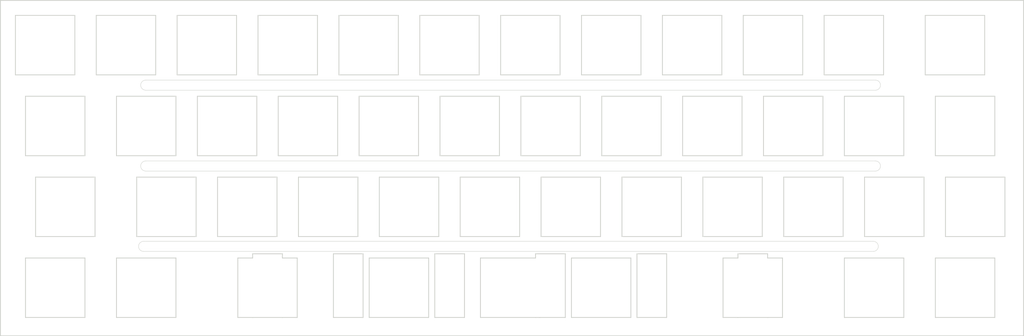
<source format=kicad_pcb>
(kicad_pcb (version 20211014) (generator pcbnew)

  (general
    (thickness 1.6)
  )

  (paper "A4")
  (layers
    (0 "F.Cu" signal)
    (31 "B.Cu" signal)
    (32 "B.Adhes" user "B.Adhesive")
    (33 "F.Adhes" user "F.Adhesive")
    (34 "B.Paste" user)
    (35 "F.Paste" user)
    (36 "B.SilkS" user "B.Silkscreen")
    (37 "F.SilkS" user "F.Silkscreen")
    (38 "B.Mask" user)
    (39 "F.Mask" user)
    (40 "Dwgs.User" user "User.Drawings")
    (41 "Cmts.User" user "User.Comments")
    (42 "Eco1.User" user "User.Eco1")
    (43 "Eco2.User" user "User.Eco2")
    (44 "Edge.Cuts" user)
    (45 "Margin" user)
    (46 "B.CrtYd" user "B.Courtyard")
    (47 "F.CrtYd" user "F.Courtyard")
    (48 "B.Fab" user)
    (49 "F.Fab" user)
    (50 "User.1" user)
    (51 "User.2" user)
    (52 "User.3" user)
    (53 "User.4" user)
    (54 "User.5" user)
    (55 "User.6" user)
    (56 "User.7" user)
    (57 "User.8" user)
    (58 "User.9" user)
  )

  (setup
    (pad_to_mask_clearance 0)
    (pcbplotparams
      (layerselection 0x00010fc_ffffffff)
      (disableapertmacros false)
      (usegerberextensions false)
      (usegerberattributes true)
      (usegerberadvancedattributes true)
      (creategerberjobfile true)
      (svguseinch false)
      (svgprecision 6)
      (excludeedgelayer true)
      (plotframeref false)
      (viasonmask false)
      (mode 1)
      (useauxorigin false)
      (hpglpennumber 1)
      (hpglpenspeed 20)
      (hpglpendiameter 15.000000)
      (dxfpolygonmode true)
      (dxfimperialunits true)
      (dxfusepcbnewfont true)
      (psnegative false)
      (psa4output false)
      (plotreference true)
      (plotvalue true)
      (plotinvisibletext false)
      (sketchpadsonfab false)
      (subtractmaskfromsilk false)
      (outputformat 1)
      (mirror false)
      (drillshape 1)
      (scaleselection 1)
      (outputdirectory "")
    )
  )

  (net 0 "")

  (gr_arc (start 233.560938 107.95) (mid 234.7515 109.1406) (end 233.560938 110.33125) (layer "Edge.Cuts") (width 0.1) (tstamp 0079de1d-ba18-489d-945a-165882bbee1d))
  (gr_line (start 79.121 92.837) (end 79.121 106.837) (layer "Edge.Cuts") (width 0.2) (tstamp 01261e51-26f6-47f9-bde0-8cfbb83186c7))
  (gr_line (start 234.067188 91.40825) (end 62.220313 91.40825) (layer "Edge.Cuts") (width 0.1) (tstamp 02f9787d-49ba-42af-877c-383264a8365f))
  (gr_line (start 178.846 68.737) (end 178.846 54.737) (layer "Edge.Cuts") (width 0.2) (tstamp 032c1daf-631e-42f6-850c-df4eaa83d8a8))
  (gr_line (start 131.5085 73.787) (end 131.5085 87.787) (layer "Edge.Cuts") (width 0.2) (tstamp 044094aa-f04c-4935-83f4-4a7873deb93e))
  (gr_line (start 233.560938 110.33125) (end 61.714063 110.33125) (layer "Edge.Cuts") (width 0.1) (tstamp 04533f49-82ba-4acc-9c16-5d546a62db88))
  (gr_line (start 248.18975 111.887) (end 248.18975 125.887) (layer "Edge.Cuts") (width 0.2) (tstamp 05c40c91-cd8b-419c-b6ea-fc54fbfd69d4))
  (gr_line (start 107.696 54.737) (end 107.696 68.737) (layer "Edge.Cuts") (width 0.2) (tstamp 05d8ac47-c939-477c-9049-8ba89009b428))
  (gr_line (start 178.846 54.737) (end 164.846 54.737) (layer "Edge.Cuts") (width 0.2) (tstamp 05e88ba1-955a-4ad0-9108-e16f7e68aa65))
  (gr_line (start 126.746 54.737) (end 126.746 68.737) (layer "Edge.Cuts") (width 0.2) (tstamp 0645b72f-971c-431c-a961-40360617958a))
  (gr_line (start 208.6835 110.887) (end 201.6835 110.887) (layer "Edge.Cuts") (width 0.2) (tstamp 06538cd9-f1da-441c-9102-a78d9c3231aa))
  (gr_line (start 145.5085 87.787) (end 145.5085 73.787) (layer "Edge.Cuts") (width 0.2) (tstamp 06aaa27c-3a9e-4710-8135-44672f76ceae))
  (gr_line (start 235.996 54.737) (end 221.996 54.737) (layer "Edge.Cuts") (width 0.2) (tstamp 0706230e-3886-447a-8477-b2d3e69c1a85))
  (gr_line (start 112.4585 87.787) (end 126.4585 87.787) (layer "Edge.Cuts") (width 0.2) (tstamp 08ca4462-8ebd-41e5-b7f8-78b3bcbb00b3))
  (gr_line (start 64.546 54.737) (end 50.546 54.737) (layer "Edge.Cuts") (width 0.2) (tstamp 0a77cd70-147f-4a80-8281-ccb7fd54f336))
  (gr_arc (start 234.067188 89.027) (mid 235.257813 90.217625) (end 234.067188 91.40825) (layer "Edge.Cuts") (width 0.1) (tstamp 0bba00b6-fc64-4f0a-b7ca-0e5f822ffc8f))
  (gr_line (start 79.121 106.837) (end 93.121 106.837) (layer "Edge.Cuts") (width 0.2) (tstamp 0c38e10c-0719-4627-ab27-719ec7c08258))
  (gr_line (start 226.7585 111.887) (end 226.7585 125.887) (layer "Edge.Cuts") (width 0.2) (tstamp 0ca5e054-c4dd-4dd2-a8dc-82a5c4baf615))
  (gr_line (start 164.846 68.737) (end 178.846 68.737) (layer "Edge.Cuts") (width 0.2) (tstamp 0d3b9735-ea4f-4cae-be4e-4c69499f4f2c))
  (gr_line (start 145.796 54.737) (end 145.796 68.737) (layer "Edge.Cuts") (width 0.2) (tstamp 0d406f7f-78d5-4246-85b6-4232d83b0377))
  (gr_line (start 27.971 130.212) (end 27.971 51.212) (layer "Edge.Cuts") (width 0.2) (tstamp 0e7d52ff-0111-4972-9b43-18bbcc74db43))
  (gr_line (start 64.546 68.737) (end 64.546 54.737) (layer "Edge.Cuts") (width 0.2) (tstamp 0eb13b0b-435c-495b-b8cd-8a241f910341))
  (gr_line (start 184.90275 125.887) (end 184.90275 110.887) (layer "Edge.Cuts") (width 0.2) (tstamp 0f1fe15b-eb33-4b70-922f-68788b7440b1))
  (gr_line (start 69.3085 87.787) (end 69.3085 73.787) (layer "Edge.Cuts") (width 0.2) (tstamp 0f679885-62fd-4e9b-8b36-502a67ff19fb))
  (gr_line (start 88.646 54.737) (end 88.646 68.737) (layer "Edge.Cuts") (width 0.2) (tstamp 0f8a0848-5fd0-4dea-bcd0-3854f3818604))
  (gr_line (start 248.18975 73.787) (end 248.18975 87.787) (layer "Edge.Cuts") (width 0.2) (tstamp 11086ab8-f1ab-4284-864c-3e3bd048bb9f))
  (gr_line (start 106.40175 125.887) (end 113.40175 125.887) (layer "Edge.Cuts") (width 0.2) (tstamp 113f20b8-6fea-490d-9764-095ea6f49e7f))
  (gr_line (start 47.87725 73.787) (end 33.87725 73.787) (layer "Edge.Cuts") (width 0.2) (tstamp 127c9f9f-79e7-4906-8392-c4b47489c54c))
  (gr_line (start 240.7585 111.887) (end 226.7585 111.887) (layer "Edge.Cuts") (width 0.2) (tstamp 128bdf37-1b9a-4578-a32c-c78a2b99a8bd))
  (gr_line (start 212.471 92.837) (end 212.471 106.837) (layer "Edge.Cuts") (width 0.2) (tstamp 12fb3070-c822-4ff6-9365-551fcbfc8ef5))
  (gr_line (start 177.90275 125.887) (end 184.90275 125.887) (layer "Edge.Cuts") (width 0.2) (tstamp 172f55d9-3146-47c2-9b0e-30cfa2dcf920))
  (gr_arc (start 234.067188 69.977) (mid 235.257813 71.167625) (end 234.067188 72.35825) (layer "Edge.Cuts") (width 0.1) (tstamp 1908c7f5-d0e5-49ff-9cd2-014f6a42481e))
  (gr_line (start 155.0335 125.887) (end 161.02675 125.887) (layer "Edge.Cuts") (width 0.2) (tstamp 1a79b4ec-b9c3-4873-a664-24cfa868b511))
  (gr_line (start 226.7585 87.787) (end 240.7585 87.787) (layer "Edge.Cuts") (width 0.2) (tstamp 1b110505-2476-4c96-9a69-73ee13c07be5))
  (gr_line (start 114.83975 125.887) (end 128.83975 125.887) (layer "Edge.Cuts") (width 0.2) (tstamp 1bb764e8-e957-4ea6-99de-f9afab289c38))
  (gr_line (start 184.90275 110.887) (end 177.90275 110.887) (layer "Edge.Cuts") (width 0.2) (tstamp 1d21e2d2-74ca-4b18-a7e5-f3b64b87f3e7))
  (gr_line (start 88.646 68.737) (end 102.646 68.737) (layer "Edge.Cuts") (width 0.2) (tstamp 1d6a2cf4-7f41-4b8a-8712-235d34b91a99))
  (gr_line (start 259.8085 68.737) (end 259.8085 54.737) (layer "Edge.Cuts") (width 0.2) (tstamp 1dba660e-948a-4c4c-8206-e4ff2959e9ec))
  (gr_line (start 87.3835 110.887) (end 87.3835 111.887) (layer "Edge.Cuts") (width 0.2) (tstamp 20436be9-e47d-41b7-b5a6-4a2f07c7f44f))
  (gr_line (start 137.27775 125.887) (end 137.27775 110.887) (layer "Edge.Cuts") (width 0.2) (tstamp 22f892ec-d61e-4cc1-a06f-295ea41d0ce0))
  (gr_line (start 113.40175 110.887) (end 106.40175 110.887) (layer "Edge.Cuts") (width 0.2) (tstamp 231109b0-3d73-4945-bfd6-ceaa6714b4d5))
  (gr_line (start 198.1835 111.887) (end 198.1835 125.887) (layer "Edge.Cuts") (width 0.2) (tstamp 243bfb86-f4f1-458d-a05e-40ec40d855f8))
  (gr_line (start 88.3585 73.787) (end 74.3585 73.787) (layer "Edge.Cuts") (width 0.2) (tstamp 260f3f59-b6ab-41d5-acae-b1853275577e))
  (gr_line (start 98.171 92.837) (end 98.171 106.837) (layer "Edge.Cuts") (width 0.2) (tstamp 26f38e9b-ae9b-49e0-b8b6-96c58f75561f))
  (gr_line (start 69.596 68.737) (end 83.596 68.737) (layer "Edge.Cuts") (width 0.2) (tstamp 27f35791-c0bc-46a6-abe9-20d46e07c010))
  (gr_line (start 198.1835 125.887) (end 201.6835 125.887) (layer "Edge.Cuts") (width 0.2) (tstamp 2a29d0d9-54fa-45cf-9a04-99a98d383305))
  (gr_line (start 145.796 68.737) (end 159.796 68.737) (layer "Edge.Cuts") (width 0.2) (tstamp 2ac4fafe-2936-4963-bba5-1edf8c30378b))
  (gr_line (start 188.371 106.837) (end 188.371 92.837) (layer "Edge.Cuts") (width 0.2) (tstamp 2db8d82f-9ea5-445b-b72a-784d2cf9d9cb))
  (gr_line (start 262.18975 111.887) (end 248.18975 111.887) (layer "Edge.Cuts") (width 0.2) (tstamp 3028a085-e539-4f82-beb0-e427043dddb4))
  (gr_line (start 74.3585 73.787) (end 74.3585 87.787) (layer "Edge.Cuts") (width 0.2) (tstamp 30ac253b-4d01-4842-bc95-80b32475d1c1))
  (gr_line (start 226.7585 125.887) (end 240.7585 125.887) (layer "Edge.Cuts") (width 0.2) (tstamp 315a3266-b2fd-4bf9-8a07-987a1c9b57a9))
  (gr_line (start 154.02675 110.887) (end 154.02675 111.887) (layer "Edge.Cuts") (width 0.2) (tstamp 32257ac9-af69-42d2-8a36-6f35788813b5))
  (gr_arc (start 62.220313 91.40825) (mid 61.029688 90.217625) (end 62.220313 89.027) (layer "Edge.Cuts") (width 0.1) (tstamp 323f7600-00af-4594-8f73-a6d795ed94be))
  (gr_line (start 212.1835 125.887) (end 212.1835 111.887) (layer "Edge.Cuts") (width 0.2) (tstamp 3273df75-3fa8-4756-b424-3201377b745f))
  (gr_line (start 183.896 54.737) (end 183.896 68.737) (layer "Edge.Cuts") (width 0.2) (tstamp 3664434c-1680-4659-8eb8-cac3c1e8a218))
  (gr_line (start 169.321 106.837) (end 169.321 92.837) (layer "Edge.Cuts") (width 0.2) (tstamp 366602b7-cd2b-40ba-b61c-e8a84ea82b26))
  (gr_line (start 50.2585 92.837) (end 36.2585 92.837) (layer "Edge.Cuts") (width 0.2) (tstamp 3893da4a-1538-46bc-92ee-9c72fce79aed))
  (gr_line (start 259.8085 54.737) (end 245.8085 54.737) (layer "Edge.Cuts") (width 0.2) (tstamp 38990bc0-ac09-4761-9f46-f1cfad36d459))
  (gr_line (start 207.7085 73.787) (end 207.7085 87.787) (layer "Edge.Cuts") (width 0.2) (tstamp 38cf95b2-ccc8-4ad2-8a90-45217c096f1d))
  (gr_line (start 87.3835 125.887) (end 94.3835 125.887) (layer "Edge.Cuts") (width 0.2) (tstamp 395fe087-296a-4983-b5ea-eed63aaf861a))
  (gr_line (start 45.496 68.737) (end 45.496 54.737) (layer "Edge.Cuts") (width 0.2) (tstamp 3a25bd57-46c6-4789-86e8-eaa6b9cdc9a4))
  (gr_line (start 201.6835 110.887) (end 201.6835 111.887) (layer "Edge.Cuts") (width 0.2) (tstamp 3ad63b7f-e4ab-432e-a245-b6944798fc00))
  (gr_line (start 117.221 92.837) (end 117.221 106.837) (layer "Edge.Cuts") (width 0.2) (tstamp 3e34d3e3-367e-41e7-bee1-c38d4216fed5))
  (gr_line (start 176.46475 125.887) (end 176.46475 111.887) (layer "Edge.Cuts") (width 0.2) (tstamp 40730b7b-5f76-451b-9994-8d647d7098df))
  (gr_line (start 112.171 106.837) (end 112.171 92.837) (layer "Edge.Cuts") (width 0.2) (tstamp 419411fb-1c0a-4338-815f-03ff3d2d4c9c))
  (gr_line (start 226.471 92.837) (end 212.471 92.837) (layer "Edge.Cuts") (width 0.2) (tstamp 41fd1b94-a114-455b-a837-99154f6e6cc3))
  (gr_line (start 113.40175 125.887) (end 113.40175 110.887) (layer "Edge.Cuts") (width 0.2) (tstamp 4247678d-8814-45e7-9df7-3120938203d3))
  (gr_line (start 176.46475 111.887) (end 162.46475 111.887) (layer "Edge.Cuts") (width 0.2) (tstamp 42c9c5a1-969a-417b-a143-dc7f1d318b59))
  (gr_line (start 240.7585 125.887) (end 240.7585 111.887) (layer "Edge.Cuts") (width 0.2) (tstamp 432209a3-2b42-4274-8ab8-b5060cc763fe))
  (gr_line (start 69.3085 73.787) (end 55.3085 73.787) (layer "Edge.Cuts") (width 0.2) (tstamp 43b8ccd7-81f7-4b3f-b709-7e8f43e1929b))
  (gr_line (start 55.3085 73.787) (end 55.3085 87.787) (layer "Edge.Cuts") (width 0.2) (tstamp 4465e662-334a-47a9-86ae-8dc98eac4839))
  (gr_line (start 188.371 92.837) (end 174.371 92.837) (layer "Edge.Cuts") (width 0.2) (tstamp 44df53c8-f4c0-4535-b01e-307f01d60886))
  (gr_line (start 250.571 92.837) (end 250.571 106.837) (layer "Edge.Cuts") (width 0.2) (tstamp 46ab982a-a866-4a6b-90a6-facd4f706840))
  (gr_arc (start 61.714063 110.33125) (mid 60.5234 109.140625) (end 61.714063 107.95) (layer "Edge.Cuts") (width 0.1) (tstamp 47692b6c-b78a-400b-beaa-431ca61b1fb8))
  (gr_line (start 131.221 92.837) (end 117.221 92.837) (layer "Edge.Cuts") (width 0.2) (tstamp 48e9f299-bb24-4517-b0a3-37aedf2c8e7f))
  (gr_line (start 262.18975 125.887) (end 262.18975 111.887) (layer "Edge.Cuts") (width 0.2) (tstamp 49be00b2-1d66-4fae-982d-bc947241a6e5))
  (gr_line (start 183.6085 73.787) (end 169.6085 73.787) (layer "Edge.Cuts") (width 0.2) (tstamp 4b2ba495-8697-4c7f-8b89-d45b59757cf0))
  (gr_line (start 212.1835 111.887) (end 208.6835 111.887) (layer "Edge.Cuts") (width 0.2) (tstamp 4b9adf6f-4f71-4234-907c-8d1e4849bc53))
  (gr_line (start 226.471 106.837) (end 226.471 92.837) (layer "Edge.Cuts") (width 0.2) (tstamp 4c017a38-ad27-465d-b7a7-2ac40ce3783b))
  (gr_line (start 55.3085 125.887) (end 69.3085 125.887) (layer "Edge.Cuts") (width 0.2) (tstamp 4c34bab2-3415-4aae-bd12-4b62a6982a21))
  (gr_line (start 268.971 130.212) (end 27.971 130.212) (layer "Edge.Cuts") (width 0.2) (tstamp 4f327d78-8806-4ab4-bceb-d9e86b3dc0b4))
  (gr_line (start 207.421 106.837) (end 207.421 92.837) (layer "Edge.Cuts") (width 0.2) (tstamp 4f686d91-8bc2-4488-9acb-47b95d631564))
  (gr_line (start 93.4085 73.787) (end 93.4085 87.787) (layer "Edge.Cuts") (width 0.2) (tstamp 4fc8a5a3-2845-431d-ab6c-a62ede297a31))
  (gr_line (start 83.596 68.737) (end 83.596 54.737) (layer "Edge.Cuts") (width 0.2) (tstamp 5016771c-0669-4b2c-9dc8-62483cba0c38))
  (gr_line (start 202.6585 87.787) (end 202.6585 73.787) (layer "Edge.Cuts") (width 0.2) (tstamp 51638cd6-9ff6-4933-8bcc-6c51555b4283))
  (gr_line (start 83.8835 111.887) (end 83.8835 125.887) (layer "Edge.Cuts") (width 0.2) (tstamp 5219df3c-7c9d-4a12-81ed-ff39a479c0aa))
  (gr_line (start 33.87725 73.787) (end 33.87725 87.787) (layer "Edge.Cuts") (width 0.2) (tstamp 52b7d1e1-0780-44a0-9712-30d029b2bbd9))
  (gr_line (start 240.7585 87.787) (end 240.7585 73.787) (layer "Edge.Cuts") (width 0.2) (tstamp 53117cc2-787a-4618-b6a2-503bab2a0700))
  (gr_line (start 130.27775 110.887) (end 130.27775 125.887) (layer "Edge.Cuts") (width 0.2) (tstamp 54d2e623-bbbd-42f9-851f-1b086ce23ceb))
  (gr_line (start 245.8085 54.737) (end 245.8085 68.737) (layer "Edge.Cuts") (width 0.2) (tstamp 55a98977-2b6f-4402-9598-06e1d608af9e))
  (gr_line (start 94.3835 110.887) (end 87.3835 110.887) (layer "Edge.Cuts") (width 0.2) (tstamp 55bbc230-b2f9-4b5b-9538-8ca1e61e1ea5))
  (gr_line (start 94.3835 111.887) (end 94.3835 110.887) (layer "Edge.Cuts") (width 0.2) (tstamp 5686d30a-50ed-471e-9bc7-57bd0163decc))
  (gr_line (start 221.996 54.737) (end 221.996 68.737) (layer "Edge.Cuts") (width 0.2) (tstamp 56e44351-6841-4751-9863-722e43960deb))
  (gr_line (start 33.87725 125.887) (end 47.87725 125.887) (layer "Edge.Cuts") (width 0.2) (tstamp 57ca2bd9-2e51-4539-a45b-6d37ba1311e4))
  (gr_line (start 33.87725 111.887) (end 33.87725 125.887) (layer "Edge.Cuts") (width 0.2) (tstamp 599a4969-2cb0-44a9-b14b-d8da4ef27a66))
  (gr_line (start 27.971 51.212) (end 268.971 51.212) (layer "Edge.Cuts") (width 0.2) (tstamp 5a5e4f2c-ee44-40a4-93dd-0d20b9baa0c3))
  (gr_line (start 36.2585 106.837) (end 50.2585 106.837) (layer "Edge.Cuts") (width 0.2) (tstamp 5be07c00-c913-44f1-9b32-68be210e4ab6))
  (gr_line (start 106.40175 110.887) (end 106.40175 125.887) (layer "Edge.Cuts") (width 0.2) (tstamp 5bf473b4-2d07-459b-bdc3-7b4ec1344757))
  (gr_line (start 150.271 92.837) (end 136.271 92.837) (layer "Edge.Cuts") (width 0.2) (tstamp 5c284412-3066-4456-a3c7-52b853db0927))
  (gr_line (start 102.646 68.737) (end 102.646 54.737) (layer "Edge.Cuts") (width 0.2) (tstamp 5c2e71d8-3677-40f1-b546-22682bd77506))
  (gr_line (start 141.0335 111.887) (end 141.0335 125.887) (layer "Edge.Cuts") (width 0.2) (tstamp 5ea1e2d2-d351-44e4-b1cf-a59fe6112dd4))
  (gr_line (start 164.846 54.737) (end 164.846 68.737) (layer "Edge.Cuts") (width 0.2) (tstamp 60d89f7a-cb75-44d7-a307-13ce95026792))
  (gr_line (start 136.271 92.837) (end 136.271 106.837) (layer "Edge.Cuts") (width 0.2) (tstamp 62460d93-a1cb-48ee-8a84-40734b2acff7))
  (gr_line (start 50.2585 106.837) (end 50.2585 92.837) (layer "Edge.Cuts") (width 0.2) (tstamp 63e23c10-1d63-4fab-a066-1671f3b492f2))
  (gr_line (start 154.02675 111.887) (end 141.0335 111.887) (layer "Edge.Cuts") (width 0.2) (tstamp 644e04f6-0d02-4ed4-8e20-8bfe1901a922))
  (gr_line (start 212.471 106.837) (end 226.471 106.837) (layer "Edge.Cuts") (width 0.2) (tstamp 647e7603-6079-4485-a8fd-1d2d81d5f83f))
  (gr_line (start 231.521 92.837) (end 231.521 106.837) (layer "Edge.Cuts") (width 0.2) (tstamp 67313c0b-dc2c-425c-ab61-5f5c3216f2ee))
  (gr_line (start 202.946 68.737) (end 216.946 68.737) (layer "Edge.Cuts") (width 0.2) (tstamp 68373261-c39e-4417-aa3f-ed0bd339c85e))
  (gr_line (start 235.996 68.737) (end 235.996 54.737) (layer "Edge.Cuts") (width 0.2) (tstamp 693ae98f-3dee-45ee-a38b-a5b132938e3d))
  (gr_line (start 193.421 106.837) (end 207.421 106.837) (layer "Edge.Cuts") (width 0.2) (tstamp 69512369-c584-47bc-8378-6e67b24aec70))
  (gr_line (start 202.6585 73.787) (end 188.6585 73.787) (layer "Edge.Cuts") (width 0.2) (tstamp 696a8c29-b56c-4f96-9672-7eeff28c6804))
  (gr_line (start 159.796 54.737) (end 145.796 54.737) (layer "Edge.Cuts") (width 0.2) (tstamp 6d053277-2c21-4f7c-a642-857dda959a91))
  (gr_line (start 47.87725 87.787) (end 47.87725 73.787) (layer "Edge.Cuts") (width 0.2) (tstamp 6d34b333-d222-457b-83ca-ea790ab45e26))
  (gr_line (start 47.87725 111.887) (end 33.87725 111.887) (layer "Edge.Cuts") (width 0.2) (tstamp 6d749faa-1926-45a2-9136-fee44f33857c))
  (gr_line (start 112.171 92.837) (end 98.171 92.837) (layer "Edge.Cuts") (width 0.2) (tstamp 6da0c073-da8b-4d3b-8914-befa4465b528))
  (gr_line (start 145.5085 73.787) (end 131.5085 73.787) (layer "Edge.Cuts") (width 0.2) (tstamp 6e4ae6ec-27fd-4f73-97b4-a5c0a47702be))
  (gr_line (start 169.6085 87.787) (end 183.6085 87.787) (layer "Edge.Cuts") (width 0.2) (tstamp 6e95938a-8440-4332-a2b8-62f1d7a1b177))
  (gr_line (start 221.7085 87.787) (end 221.7085 73.787) (layer "Edge.Cuts") (width 0.2) (tstamp 70e00eca-73f9-4b16-b6bc-6410559655a2))
  (gr_line (start 193.421 92.837) (end 193.421 106.837) (layer "Edge.Cuts") (width 0.2) (tstamp 7135ecae-f0c8-4037-88e0-6c658d7b5fc3))
  (gr_line (start 150.271 106.837) (end 150.271 92.837) (layer "Edge.Cuts") (width 0.2) (tstamp 73a655e6-d6a0-4e95-825b-2022d46cd4b2))
  (gr_line (start 69.3085 111.887) (end 55.3085 111.887) (layer "Edge.Cuts") (width 0.2) (tstamp 744b3948-7721-4501-973f-96d37e381cac))
  (gr_line (start 264.571 92.837) (end 250.571 92.837) (layer "Edge.Cuts") (width 0.2) (tstamp 74d9b430-ecd9-4cf1-9616-05e2405b4315))
  (gr_line (start 47.87725 125.887) (end 47.87725 111.887) (layer "Edge.Cuts") (width 0.2) (tstamp 7539ea59-c1c1-49be-a594-d3e1262d42c9))
  (gr_line (start 121.696 68.737) (end 121.696 54.737) (layer "Edge.Cuts") (width 0.2) (tstamp 763136f9-0b09-4fe0-bc40-6a3964e5f54e))
  (gr_line (start 55.3085 87.787) (end 69.3085 87.787) (layer "Edge.Cuts") (width 0.2) (tstamp 76d38b27-6c97-4b9b-94f5-4892f4def4e4))
  (gr_line (start 93.121 92.837) (end 79.121 92.837) (layer "Edge.Cuts") (width 0.2) (tstamp 77f11491-6336-42fd-a519-90fce9faa1de))
  (gr_line (start 164.5585 73.787) (end 150.5585 73.787) (layer "Edge.Cuts") (width 0.2) (tstamp 7a625d28-8c52-4089-a3d7-4cce15729395))
  (gr_line (start 50.546 54.737) (end 50.546 68.737) (layer "Edge.Cuts") (width 0.2) (tstamp 7a9a854e-51d2-4c64-ab6f-b8fd3b9320ab))
  (gr_line (start 107.696 68.737) (end 121.696 68.737) (layer "Edge.Cuts") (width 0.2) (tstamp 7bcc4700-5f1f-4047-8671-d8153805abc3))
  (gr_line (start 231.521 106.837) (end 245.521 106.837) (layer "Edge.Cuts") (width 0.2) (tstamp 7bda4c46-776f-44f4-bc95-af6377bdd5d5))
  (gr_line (start 117.221 106.837) (end 131.221 106.837) (layer "Edge.Cuts") (width 0.2) (tstamp 7c1fcde5-4826-429d-b973-8494c4e13e20))
  (gr_line (start 140.746 54.737) (end 126.746 54.737) (layer "Edge.Cuts") (width 0.2) (tstamp 7da43d39-05cf-4d9c-9b72-9e9696096914))
  (gr_line (start 87.3835 111.887) (end 83.8835 111.887) (layer "Edge.Cuts") (width 0.2) (tstamp 7dd09086-c25c-4f77-aa95-b7577f9ec596))
  (gr_line (start 69.3085 125.887) (end 69.3085 111.887) (layer "Edge.Cuts") (width 0.2) (tstamp 81df25a6-724c-4ab3-bd7e-02c170cb4f48))
  (gr_line (start 197.896 54.737) (end 183.896 54.737) (layer "Edge.Cuts") (width 0.2) (tstamp 8566c475-5f79-4861-9771-cfc0f03e34e2))
  (gr_line (start 226.7585 73.787) (end 226.7585 87.787) (layer "Edge.Cuts") (width 0.2) (tstamp 8b1a87d2-c5a0-4e33-bb64-08ca2f3195c5))
  (gr_line (start 33.87725 87.787) (end 47.87725 87.787) (layer "Edge.Cuts") (width 0.2) (tstamp 8dacef09-8538-4bb2-b739-c34f3fab0cbb))
  (gr_line (start 162.46475 125.887) (end 176.46475 125.887) (layer "Edge.Cuts") (width 0.2) (tstamp 8de36633-c0ac-4bbb-8237-7a12fe891fd4))
  (gr_line (start 208.6835 125.887) (end 212.1835 125.887) (layer "Edge.Cuts") (width 0.2) (tstamp 8ed288db-2a9c-4529-a7cb-eb5c50edf7ba))
  (gr_line (start 207.421 92.837) (end 193.421 92.837) (layer "Edge.Cuts") (width 0.2) (tstamp 90d7d1d0-167b-4b9e-87f1-d56d1b001fb0))
  (gr_line (start 161.02675 110.887) (end 154.02675 110.887) (layer "Edge.Cuts") (width 0.2) (tstamp 919da3e8-e069-48a2-b80d-c7b20d2b150c))
  (gr_line (start 126.746 68.737) (end 140.746 68.737) (layer "Edge.Cuts") (width 0.2) (tstamp 9274c940-a5e3-42f0-a884-e3c051c9d114))
  (gr_line (start 62.220313 89.027) (end 234.067188 89.027) (layer "Edge.Cuts") (width 0.1) (tstamp 93110e8c-29d5-48a8-9e4d-3653742e29b8))
  (gr_line (start 248.18975 87.787) (end 262.18975 87.787) (layer "Edge.Cuts") (width 0.2) (tstamp 93edc0b6-7c4e-4bbd-9ddc-023e999fe72a))
  (gr_line (start 128.83975 111.887) (end 114.83975 111.887) (layer "Edge.Cuts") (width 0.2) (tstamp 9500a16c-d63c-4091-a208-fdd87dc80ae8))
  (gr_line (start 102.646 54.737) (end 88.646 54.737) (layer "Edge.Cuts") (width 0.2) (tstamp 9662084d-c4e0-4e3f-b605-c04cebb00254))
  (gr_line (start 61.714063 107.95) (end 233.560938 107.95) (layer "Edge.Cuts") (width 0.1) (tstamp 98e304c1-50fd-45f0-9200-151daa5e32ad))
  (gr_line (start 74.071 92.837) (end 60.071 92.837) (layer "Edge.Cuts") (width 0.2) (tstamp 9b9489a1-8de1-479f-8452-7c68c67e15e7))
  (gr_line (start 98.171 106.837) (end 112.171 106.837) (layer "Edge.Cuts") (width 0.2) (tstamp 9be130c3-ecd7-4146-92bc-8ecbfd739f60))
  (gr_line (start 161.02675 125.887) (end 161.02675 110.887) (layer "Edge.Cuts") (width 0.2) (tstamp 9cea1d2f-087a-41eb-a45f-7e304883a558))
  (gr_line (start 36.2585 92.837) (end 36.2585 106.837) (layer "Edge.Cuts") (width 0.2) (tstamp 9da6c58b-4820-4fdf-9c93-2d0a13bfa946))
  (gr_line (start 188.6585 73.787) (end 188.6585 87.787) (layer "Edge.Cuts") (width 0.2) (tstamp 9e60eead-89da-4d12-a895-145ca437ffa0))
  (gr_line (start 55.3085 111.887) (end 55.3085 125.887) (layer "Edge.Cuts") (width 0.2) (tstamp a1112b44-19e3-4608-b49f-627b8334f85c))
  (gr_line (start 60.071 106.837) (end 74.071 106.837) (layer "Edge.Cuts") (width 0.2) (tstamp a576fe97-3ee7-4d59-88f4-ec72f6ba79c9))
  (gr_line (start 112.4585 73.787) (end 112.4585 87.787) (layer "Edge.Cuts") (width 0.2) (tstamp a6bb0681-a3aa-44a2-9550-aca08433ad19))
  (gr_line (start 88.3585 87.787) (end 88.3585 73.787) (layer "Edge.Cuts") (width 0.2) (tstamp a71b5288-3b0c-4001-aa2d-da3cbc99d99f))
  (gr_line (start 155.321 106.837) (end 169.321 106.837) (layer "Edge.Cuts") (width 0.2) (tstamp a7c45343-52c2-4886-bcba-a95ccb30b9e8))
  (gr_line (start 131.5085 87.787) (end 145.5085 87.787) (layer "Edge.Cuts") (width 0.2) (tstamp a88a56ef-93f0-4fc0-84da-1f3d77b0c3ff))
  (gr_line (start 114.83975 111.887) (end 114.83975 125.887) (layer "Edge.Cuts") (width 0.2) (tstamp a9ebca1f-c488-41f4-848d-11385054014f))
  (gr_line (start 69.596 54.737) (end 69.596 68.737) (layer "Edge.Cuts") (width 0.2) (tstamp aa4540c9-a989-4fec-a1ed-4f7666399c9a))
  (gr_line (start 83.8835 125.887) (end 87.3835 125.887) (layer "Edge.Cuts") (width 0.2) (tstamp abda0994-7099-4e04-b0b2-3cce9fb69ec1))
  (gr_line (start 221.996 68.737) (end 235.996 68.737) (layer "Edge.Cuts") (width 0.2) (tstamp ad4cd038-f13b-475d-bac1-3439983bc137))
  (gr_line (start 164.5585 87.787) (end 164.5585 73.787) (layer "Edge.Cuts") (width 0.2) (tstamp adcc4e2b-0229-45df-ad00-f8430a5d5856))
  (gr_line (start 128.83975 125.887) (end 128.83975 111.887) (layer "Edge.Cuts") (width 0.2) (tstamp aeb2d9aa-760c-44b5-8f37-48bcba44d90d))
  (gr_line (start 60.071 92.837) (end 60.071 106.837) (layer "Edge.Cuts") (width 0.2) (tstamp b058b5fb-2759-466d-b01c-d46988ec28e0))
  (gr_line (start 130.27775 125.887) (end 137.27775 125.887) (layer "Edge.Cuts") (width 0.2) (tstamp b0d34b84-dd52-4e26-9508-ab1223e2496b))
  (gr_line (start 188.6585 87.787) (end 202.6585 87.787) (layer "Edge.Cuts") (width 0.2) (tstamp b1404d0e-87ce-480c-822f-5a55e54dab77))
  (gr_line (start 154.02675 125.887) (end 155.0335 125.887) (layer "Edge.Cuts") (width 0.2) (tstamp b140fa08-990c-4405-943b-852d0b654571))
  (gr_line (start 174.371 106.837) (end 188.371 106.837) (layer "Edge.Cuts") (width 0.2) (tstamp b1c0e3c3-cd07-4915-8bca-74e33934feaf))
  (gr_line (start 140.746 68.737) (end 140.746 54.737) (layer "Edge.Cuts") (width 0.2) (tstamp b341ec69-40e4-4571-9ef6-734a0e0c8d1a))
  (gr_line (start 94.3835 125.887) (end 97.8835 125.887) (layer "Edge.Cuts") (width 0.2) (tstamp b3afcbd7-e42a-47d8-afa7-c7bea1546a47))
  (gr_line (start 177.90275 110.887) (end 177.90275 125.887) (layer "Edge.Cuts") (width 0.2) (tstamp b4141597-5e38-49d0-88b9-221a41e72c31))
  (gr_line (start 248.18975 125.887) (end 262.18975 125.887) (layer "Edge.Cuts") (width 0.2) (tstamp b4ff2f4d-922b-4dde-b81f-7e7bc6075deb))
  (gr_line (start 262.18975 73.787) (end 248.18975 73.787) (layer "Edge.Cuts") (width 0.2) (tstamp b6e8588a-8c77-4d04-b569-ff86b6c9340e))
  (gr_line (start 216.946 68.737) (end 216.946 54.737) (layer "Edge.Cuts") (width 0.2) (tstamp b7353342-1be3-42ab-a3ad-af9cac23ad51))
  (gr_line (start 183.896 68.737) (end 197.896 68.737) (layer "Edge.Cuts") (width 0.2) (tstamp b7c36916-642c-4f15-a8b4-b6dcaf2b26ec))
  (gr_line (start 126.4585 73.787) (end 112.4585 73.787) (layer "Edge.Cuts") (width 0.2) (tstamp b7ca559e-fa29-4272-b160-5ab5938975f8))
  (gr_line (start 136.271 106.837) (end 150.271 106.837) (layer "Edge.Cuts") (width 0.2) (tstamp b7e02842-835d-45ba-9d7b-33883512cbd0))
  (gr_line (start 183.6085 87.787) (end 183.6085 73.787) (layer "Edge.Cuts") (width 0.2) (tstamp b860845f-3da4-4ba5-9897-1bebab18fd1b))
  (gr_line (start 174.371 92.837) (end 174.371 106.837) (layer "Edge.Cuts") (width 0.2) (tstamp b9a5c807-999b-4a84-82a6-bd8368b3d9d6))
  (gr_line (start 240.7585 73.787) (end 226.7585 73.787) (layer "Edge.Cuts") (width 0.2) (tstamp b9cc19ff-13a1-4dad-8cca-660ba7ada756))
  (gr_line (start 201.6835 111.887) (end 198.1835 111.887) (layer "Edge.Cuts") (width 0.2) (tstamp bb94f6e4-e512-4328-a80b-9f2e59382694))
  (gr_line (start 155.321 92.837) (end 155.321 106.837) (layer "Edge.Cuts") (width 0.2) (tstamp bc27fb05-39a9-43ae-bbb4-60d23393e7be))
  (gr_line (start 97.8835 125.887) (end 97.8835 111.887) (layer "Edge.Cuts") (width 0.2) (tstamp bc7f80c6-a39e-41fc-8084-aac05099f39f))
  (gr_line (start 74.071 106.837) (end 74.071 92.837) (layer "Edge.Cuts") (width 0.2) (tstamp bec2debc-6430-41bf-b7af-102db450bb16))
  (gr_line (start 150.5585 73.787) (end 150.5585 87.787) (layer "Edge.Cuts") (width 0.2) (tstamp c3a71374-3631-4a8e-b5fb-933cbc73ce63))
  (gr_line (start 93.121 106.837) (end 93.121 92.837) (layer "Edge.Cuts") (width 0.2) (tstamp c58b6f69-62a5-4752-a927-2d06bb1416a5))
  (gr_line (start 83.596 54.737) (end 69.596 54.737) (layer "Edge.Cuts") (width 0.2) (tstamp c5c1219a-a74f-4bf7-87bb-5475867b767c))
  (gr_line (start 197.896 68.737) (end 197.896 54.737) (layer "Edge.Cuts") (width 0.2) (tstamp c691fb23-f063-424b-b5b2-f9ff3a63499c))
  (gr_line (start 234.067188 72.35825) (end 62.220313 72.35825) (layer "Edge.Cuts") (width 0.1) (tstamp c79cc48f-de99-41d9-b8d3-42958aaf3801))
  (gr_line (start 245.521 92.837) (end 231.521 92.837) (layer "Edge.Cuts") (width 0.2) (tstamp c8a4f76a-d33e-4a72-a128-701296d826f0))
  (gr_line (start 169.6085 73.787) (end 169.6085 87.787) (layer "Edge.Cuts") (width 0.2) (tstamp c8ef8a00-fb07-4e92-bf21-b07ba79adc0a))
  (gr_line (start 150.5585 87.787) (end 164.5585 87.787) (layer "Edge.Cuts") (width 0.2) (tstamp c96492c0-efea-4a00-b49e-196e4248a6f3))
  (gr_line (start 159.796 68.737) (end 159.796 54.737) (layer "Edge.Cuts") (width 0.2) (tstamp ca0d32e3-246e-4124-b65e-090bda0ad8eb))
  (gr_line (start 216.946 54.737) (end 202.946 54.737) (layer "Edge.Cuts") (width 0.2) (tstamp cb048a27-a9f4-4fef-9a3d-b7736a2b2c1e))
  (gr_line (start 264.571 106.837) (end 264.571 92.837) (layer "Edge.Cuts") (width 0.2) (tstamp ce70bbc3-9e0c-4726-9cf2-4f5785b2d487))
  (gr_line (start 31.496 54.737) (end 31.496 68.737) (layer "Edge.Cuts") (width 0.2) (tstamp cf80b06a-ac7e-4844-89b1-7d3189320e26))
  (gr_line (start 207.7085 87.787) (end 221.7085 87.787) (layer "Edge.Cuts") (width 0.2) (tstamp cff9fc83-bc82-469f-b574-9a9119d63c72))
  (gr_line (start 126.4585 87.787) (end 126.4585 73.787) (layer "Edge.Cuts") (width 0.2) (tstamp d28cb311-a7c0-4e4a-9d4e-b4b5cdd1338e))
  (gr_line (start 97.8835 111.887) (end 94.3835 111.887) (layer "Edge.Cuts") (width 0.2) (tstamp d2f33b5a-4377-4c85-a9ec-5986cfe7dd28))
  (gr_line (start 137.27775 110.887) (end 130.27775 110.887) (layer "Edge.Cuts") (width 0.2) (tstamp d589638b-0b10-4b8b-8ac3-f8aea1b8c0e8))
  (gr_line (start 121.696 54.737) (end 107.696 54.737) (layer "Edge.Cuts") (width 0.2) (tstamp d954a0a4-9c92-409b-a025-46bd2117f4f2))
  (gr_line (start 169.321 92.837) (end 155.321 92.837) (layer "Edge.Cuts") (width 0.2) (tstamp d9a94f13-6616-43bd-8253-571a5ea73408))
  (gr_line (start 93.4085 87.787) (end 107.4085 87.787) (layer "Edge.Cuts") (width 0.2) (tstamp dc9c846d-ea50-4a2d-86de-964808add6a7))
  (gr_line (start 162.46475 111.887) (end 162.46475 125.887) (layer "Edge.Cuts") (width 0.2) (tstamp de6512a7-ed74-4147-aa25-a438b1e4f982))
  (gr_line (start 201.6835 125.887) (end 208.6835 125.887) (layer "Edge.Cuts") (width 0.2) (tstamp de9e6056-9c15-4eb7-9f4c-9ee08d177a99))
  (gr_line (start 131.221 106.837) (end 131.221 92.837) (layer "Edge.Cuts") (width 0.2) (tstamp e07cabdc-bbcc-405d-b527-080540b1f5bb))
  (gr_line (start 268.971 51.212) (end 268.971 130.212) (layer "Edge.Cuts") (width 0.2) (tstamp e0f8df67-e919-41b5-b154-9ffdda86a129))
  (gr_arc (start 62.220313 72.35825) (mid 61.029688 71.167625) (end 62.220313 69.977) (layer "Edge.Cuts") (width 0.1) (tstamp e16e01b0-610a-4da6-8472-d03c73b23023))
  (gr_line (start 107.4085 73.787) (end 93.4085 73.787) (layer "Edge.Cuts") (width 0.2) (tstamp e205c3e4-5e98-44fd-8f00-c0e6cbf3a520))
  (gr_line (start 202.946 54.737) (end 202.946 68.737) (layer "Edge.Cuts") (width 0.2) (tstamp e7009d65-722d-45b8-b5ac-0089dc91aaa2))
  (gr_line (start 221.7085 73.787) (end 207.7085 73.787) (layer "Edge.Cuts") (width 0.2) (tstamp e76e35c9-1167-42ad-820c-763c9c6ab1ab))
  (gr_line (start 208.6835 111.887) (end 208.6835 110.887) (layer "Edge.Cuts") (width 0.2) (tstamp e85ca770-a8f2-46e1-acf8-e996970dd062))
  (gr_line (start 50.546 68.737) (end 64.546 68.737) (layer "Edge.Cuts") (width 0.2) (tstamp eaf61326-a639-484d-9711-38873f225d6d))
  (gr_line (start 62.220313 69.977) (end 234.067188 69.977) (layer "Edge.Cuts") (width 0.1) (tstamp ef4b3e98-28b6-4bb1-ad31-26def2d01112))
  (gr_line (start 45.496 54.737) (end 31.496 54.737) (layer "Edge.Cuts") (width 0.2) (tstamp f0c29079-6c5e-48e5-be7d-99d321934c62))
  (gr_line (start 31.496 68.737) (end 45.496 68.737) (layer "Edge.Cuts") (width 0.2) (tstamp f10e86b5-2a79-4375-8568-43433482d974))
  (gr_line (start 141.0335 125.887) (end 154.02675 125.887) (layer "Edge.Cuts") (width 0.2) (tstamp f179c730-da06-49a8-9010-14a726758fd2))
  (gr_line (start 245.521 106.837) (end 245.521 92.837) (layer "Edge.Cuts") (width 0.2) (tstamp f2c4cf47-0cd8-4151-9f3b-ad8a1c0cce12))
  (gr_line (start 250.571 106.837) (end 264.571 106.837) (layer "Edge.Cuts") (width 0.2) (tstamp f3874c65-c805-4df4-836e-ea3e3f338017))
  (gr_line (start 262.18975 87.787) (end 262.18975 73.787) (layer "Edge.Cuts") (width 0.2) (tstamp f576bc9e-0361-455c-b0c8-771efea95e9a))
  (gr_line (start 107.4085 87.787) (end 107.4085 73.787) (layer "Edge.Cuts") (width 0.2) (tstamp fc46d318-8b20-4413-b0ec-12ae05360655))
  (gr_line (start 245.8085 68.737) (end 259.8085 68.737) (layer "Edge.Cuts") (width 0.2) (tstamp fdbe5e02-4817-4a0e-b891-dfd025635ca1))
  (gr_line (start 74.3585 87.787) (end 88.3585 87.787) (layer "Edge.Cuts") (width 0.2) (tstamp ff2f1f51-6425-4aa4-a636-8ac21f78efe6))

  (group "" (id bf8bcd86-601a-4e16-81e9-fb123396891e)
    (members
      01261e51-26f6-47f9-bde0-8cfbb83186c7
      032c1daf-631e-42f6-850c-df4eaa83d8a8
      044094aa-f04c-4935-83f4-4a7873deb93e
      05c40c91-cd8b-419c-b6ea-fc54fbfd69d4
      05d8ac47-c939-477c-9049-8ba89009b428
      05e88ba1-955a-4ad0-9108-e16f7e68aa65
      0645b72f-971c-431c-a961-40360617958a
      06538cd9-f1da-441c-9102-a78d9c3231aa
      06aaa27c-3a9e-4710-8135-44672f76ceae
      0706230e-3886-447a-8477-b2d3e69c1a85
      08ca4462-8ebd-41e5-b7f8-78b3bcbb00b3
      0a77cd70-147f-4a80-8281-ccb7fd54f336
      0c38e10c-0719-4627-ab27-719ec7c08258
      0ca5e054-c4dd-4dd2-a8dc-82a5c4baf615
      0d3b9735-ea4f-4cae-be4e-4c69499f4f2c
      0d406f7f-78d5-4246-85b6-4232d83b0377
      0e7d52ff-0111-4972-9b43-18bbcc74db43
      0eb13b0b-435c-495b-b8cd-8a241f910341
      0f1fe15b-eb33-4b70-922f-68788b7440b1
      0f679885-62fd-4e9b-8b36-502a67ff19fb
      0f8a0848-5fd0-4dea-bcd0-3854f3818604
      11086ab8-f1ab-4284-864c-3e3bd048bb9f
      113f20b8-6fea-490d-9764-095ea6f49e7f
      127c9f9f-79e7-4906-8392-c4b47489c54c
      128bdf37-1b9a-4578-a32c-c78a2b99a8bd
      12fb3070-c822-4ff6-9365-551fcbfc8ef5
      172f55d9-3146-47c2-9b0e-30cfa2dcf920
      1a79b4ec-b9c3-4873-a664-24cfa868b511
      1b110505-2476-4c96-9a69-73ee13c07be5
      1bb764e8-e957-4ea6-99de-f9afab289c38
      1d21e2d2-74ca-4b18-a7e5-f3b64b87f3e7
      1d6a2cf4-7f41-4b8a-8712-235d34b91a99
      1dba660e-948a-4c4c-8206-e4ff2959e9ec
      20436be9-e47d-41b7-b5a6-4a2f07c7f44f
      22f892ec-d61e-4cc1-a06f-295ea41d0ce0
      231109b0-3d73-4945-bfd6-ceaa6714b4d5
      243bfb86-f4f1-458d-a05e-40ec40d855f8
      260f3f59-b6ab-41d5-acae-b1853275577e
      26f38e9b-ae9b-49e0-b8b6-96c58f75561f
      27f35791-c0bc-46a6-abe9-20d46e07c010
      2a29d0d9-54fa-45cf-9a04-99a98d383305
      2ac4fafe-2936-4963-bba5-1edf8c30378b
      2db8d82f-9ea5-445b-b72a-784d2cf9d9cb
      3028a085-e539-4f82-beb0-e427043dddb4
      30ac253b-4d01-4842-bc95-80b32475d1c1
      315a3266-b2fd-4bf9-8a07-987a1c9b57a9
      32257ac9-af69-42d2-8a36-6f35788813b5
      3273df75-3fa8-4756-b424-3201377b745f
      3664434c-1680-4659-8eb8-cac3c1e8a218
      366602b7-cd2b-40ba-b61c-e8a84ea82b26
      3893da4a-1538-46bc-92ee-9c72fce79aed
      38990bc0-ac09-4761-9f46-f1cfad36d459
      38cf95b2-ccc8-4ad2-8a90-45217c096f1d
      395fe087-296a-4983-b5ea-eed63aaf861a
      3a25bd57-46c6-4789-86e8-eaa6b9cdc9a4
      3ad63b7f-e4ab-432e-a245-b6944798fc00
      3e34d3e3-367e-41e7-bee1-c38d4216fed5
      40730b7b-5f76-451b-9994-8d647d7098df
      419411fb-1c0a-4338-815f-03ff3d2d4c9c
      41fd1b94-a114-455b-a837-99154f6e6cc3
      4247678d-8814-45e7-9df7-3120938203d3
      42c9c5a1-969a-417b-a143-dc7f1d318b59
      432209a3-2b42-4274-8ab8-b5060cc763fe
      43b8ccd7-81f7-4b3f-b709-7e8f43e1929b
      4465e662-334a-47a9-86ae-8dc98eac4839
      44df53c8-f4c0-4535-b01e-307f01d60886
      46ab982a-a866-4a6b-90a6-facd4f706840
      48e9f299-bb24-4517-b0a3-37aedf2c8e7f
      49be00b2-1d66-4fae-982d-bc947241a6e5
      4b2ba495-8697-4c7f-8b89-d45b59757cf0
      4b9adf6f-4f71-4234-907c-8d1e4849bc53
      4c017a38-ad27-465d-b7a7-2ac40ce3783b
      4c34bab2-3415-4aae-bd12-4b62a6982a21
      4f327d78-8806-4ab4-bceb-d9e86b3dc0b4
      4f686d91-8bc2-4488-9acb-47b95d631564
      4fc8a5a3-2845-431d-ab6c-a62ede297a31
      5016771c-0669-4b2c-9dc8-62483cba0c38
      51638cd6-9ff6-4933-8bcc-6c51555b4283
      5219df3c-7c9d-4a12-81ed-ff39a479c0aa
      52b7d1e1-0780-44a0-9712-30d029b2bbd9
      53117cc2-787a-4618-b6a2-503bab2a0700
      54d2e623-bbbd-42f9-851f-1b086ce23ceb
      55a98977-2b6f-4402-9598-06e1d608af9e
      55bbc230-b2f9-4b5b-9538-8ca1e61e1ea5
      5686d30a-50ed-471e-9bc7-57bd0163decc
      56e44351-6841-4751-9863-722e43960deb
      57ca2bd9-2e51-4539-a45b-6d37ba1311e4
      599a4969-2cb0-44a9-b14b-d8da4ef27a66
      5a5e4f2c-ee44-40a4-93dd-0d20b9baa0c3
      5be07c00-c913-44f1-9b32-68be210e4ab6
      5bf473b4-2d07-459b-bdc3-7b4ec1344757
      5c284412-3066-4456-a3c7-52b853db0927
      5c2e71d8-3677-40f1-b546-22682bd77506
      5ea1e2d2-d351-44e4-b1cf-a59fe6112dd4
      60d89f7a-cb75-44d7-a307-13ce95026792
      62460d93-a1cb-48ee-8a84-40734b2acff7
      63e23c10-1d63-4fab-a066-1671f3b492f2
      644e04f6-0d02-4ed4-8e20-8bfe1901a922
      647e7603-6079-4485-a8fd-1d2d81d5f83f
      67313c0b-dc2c-425c-ab61-5f5c3216f2ee
      68373261-c39e-4417-aa3f-ed0bd339c85e
      693ae98f-3dee-45ee-a38b-a5b132938e3d
      69512369-c584-47bc-8378-6e67b24aec70
      696a8c29-b56c-4f96-9672-7eeff28c6804
      6d053277-2c21-4f7c-a642-857dda959a91
      6d34b333-d222-457b-83ca-ea790ab45e26
      6d749faa-1926-45a2-9136-fee44f33857c
      6da0c073-da8b-4d3b-8914-befa4465b528
      6e4ae6ec-27fd-4f73-97b4-a5c0a47702be
      6e95938a-8440-4332-a2b8-62f1d7a1b177
      70e00eca-73f9-4b16-b6bc-6410559655a2
      7135ecae-f0c8-4037-88e0-6c658d7b5fc3
      73a655e6-d6a0-4e95-825b-2022d46cd4b2
      744b3948-7721-4501-973f-96d37e381cac
      74d9b430-ecd9-4cf1-9616-05e2405b4315
      7539ea59-c1c1-49be-a594-d3e1262d42c9
      763136f9-0b09-4fe0-bc40-6a3964e5f54e
      76d38b27-6c97-4b9b-94f5-4892f4def4e4
      77f11491-6336-42fd-a519-90fce9faa1de
      7a625d28-8c52-4089-a3d7-4cce15729395
      7a9a854e-51d2-4c64-ab6f-b8fd3b9320ab
      7bcc4700-5f1f-4047-8671-d8153805abc3
      7bda4c46-776f-44f4-bc95-af6377bdd5d5
      7c1fcde5-4826-429d-b973-8494c4e13e20
      7da43d39-05cf-4d9c-9b72-9e9696096914
      7dd09086-c25c-4f77-aa95-b7577f9ec596
      81df25a6-724c-4ab3-bd7e-02c170cb4f48
      8566c475-5f79-4861-9771-cfc0f03e34e2
      8b1a87d2-c5a0-4e33-bb64-08ca2f3195c5
      8dacef09-8538-4bb2-b739-c34f3fab0cbb
      8de36633-c0ac-4bbb-8237-7a12fe891fd4
      8ed288db-2a9c-4529-a7cb-eb5c50edf7ba
      90d7d1d0-167b-4b9e-87f1-d56d1b001fb0
      919da3e8-e069-48a2-b80d-c7b20d2b150c
      9274c940-a5e3-42f0-a884-e3c051c9d114
      93edc0b6-7c4e-4bbd-9ddc-023e999fe72a
      9500a16c-d63c-4091-a208-fdd87dc80ae8
      9662084d-c4e0-4e3f-b605-c04cebb00254
      9b9489a1-8de1-479f-8452-7c68c67e15e7
      9be130c3-ecd7-4146-92bc-8ecbfd739f60
      9cea1d2f-087a-41eb-a45f-7e304883a558
      9da6c58b-4820-4fdf-9c93-2d0a13bfa946
      9e60eead-89da-4d12-a895-145ca437ffa0
      a1112b44-19e3-4608-b49f-627b8334f85c
      a576fe97-3ee7-4d59-88f4-ec72f6ba79c9
      a6bb0681-a3aa-44a2-9550-aca08433ad19
      a71b5288-3b0c-4001-aa2d-da3cbc99d99f
      a7c45343-52c2-4886-bcba-a95ccb30b9e8
      a88a56ef-93f0-4fc0-84da-1f3d77b0c3ff
      a9ebca1f-c488-41f4-848d-11385054014f
      aa4540c9-a989-4fec-a1ed-4f7666399c9a
      abda0994-7099-4e04-b0b2-3cce9fb69ec1
      ad4cd038-f13b-475d-bac1-3439983bc137
      adcc4e2b-0229-45df-ad00-f8430a5d5856
      aeb2d9aa-760c-44b5-8f37-48bcba44d90d
      b058b5fb-2759-466d-b01c-d46988ec28e0
      b0d34b84-dd52-4e26-9508-ab1223e2496b
      b1404d0e-87ce-480c-822f-5a55e54dab77
      b140fa08-990c-4405-943b-852d0b654571
      b1c0e3c3-cd07-4915-8bca-74e33934feaf
      b341ec69-40e4-4571-9ef6-734a0e0c8d1a
      b3afcbd7-e42a-47d8-afa7-c7bea1546a47
      b4141597-5e38-49d0-88b9-221a41e72c31
      b4ff2f4d-922b-4dde-b81f-7e7bc6075deb
      b6e8588a-8c77-4d04-b569-ff86b6c9340e
      b7353342-1be3-42ab-a3ad-af9cac23ad51
      b7c36916-642c-4f15-a8b4-b6dcaf2b26ec
      b7ca559e-fa29-4272-b160-5ab5938975f8
      b7e02842-835d-45ba-9d7b-33883512cbd0
      b860845f-3da4-4ba5-9897-1bebab18fd1b
      b9a5c807-999b-4a84-82a6-bd8368b3d9d6
      b9cc19ff-13a1-4dad-8cca-660ba7ada756
      bb94f6e4-e512-4328-a80b-9f2e59382694
      bc27fb05-39a9-43ae-bbb4-60d23393e7be
      bc7f80c6-a39e-41fc-8084-aac05099f39f
      bec2debc-6430-41bf-b7af-102db450bb16
      c3a71374-3631-4a8e-b5fb-933cbc73ce63
      c58b6f69-62a5-4752-a927-2d06bb1416a5
      c5c1219a-a74f-4bf7-87bb-5475867b767c
      c691fb23-f063-424b-b5b2-f9ff3a63499c
      c8a4f76a-d33e-4a72-a128-701296d826f0
      c8ef8a00-fb07-4e92-bf21-b07ba79adc0a
      c96492c0-efea-4a00-b49e-196e4248a6f3
      ca0d32e3-246e-4124-b65e-090bda0ad8eb
      cb048a27-a9f4-4fef-9a3d-b7736a2b2c1e
      ce70bbc3-9e0c-4726-9cf2-4f5785b2d487
      cf80b06a-ac7e-4844-89b1-7d3189320e26
      cff9fc83-bc82-469f-b574-9a9119d63c72
      d28cb311-a7c0-4e4a-9d4e-b4b5cdd1338e
      d2f33b5a-4377-4c85-a9ec-5986cfe7dd28
      d589638b-0b10-4b8b-8ac3-f8aea1b8c0e8
      d954a0a4-9c92-409b-a025-46bd2117f4f2
      d9a94f13-6616-43bd-8253-571a5ea73408
      dc9c846d-ea50-4a2d-86de-964808add6a7
      de6512a7-ed74-4147-aa25-a438b1e4f982
      de9e6056-9c15-4eb7-9f4c-9ee08d177a99
      e07cabdc-bbcc-405d-b527-080540b1f5bb
      e0f8df67-e919-41b5-b154-9ffdda86a129
      e205c3e4-5e98-44fd-8f00-c0e6cbf3a520
      e7009d65-722d-45b8-b5ac-0089dc91aaa2
      e76e35c9-1167-42ad-820c-763c9c6ab1ab
      e85ca770-a8f2-46e1-acf8-e996970dd062
      eaf61326-a639-484d-9711-38873f225d6d
      f0c29079-6c5e-48e5-be7d-99d321934c62
      f10e86b5-2a79-4375-8568-43433482d974
      f179c730-da06-49a8-9010-14a726758fd2
      f2c4cf47-0cd8-4151-9f3b-ad8a1c0cce12
      f3874c65-c805-4df4-836e-ea3e3f338017
      f576bc9e-0361-455c-b0c8-771efea95e9a
      fc46d318-8b20-4413-b0ec-12ae05360655
      fdbe5e02-4817-4a0e-b891-dfd025635ca1
      ff2f1f51-6425-4aa4-a636-8ac21f78efe6
    )
  )
)

</source>
